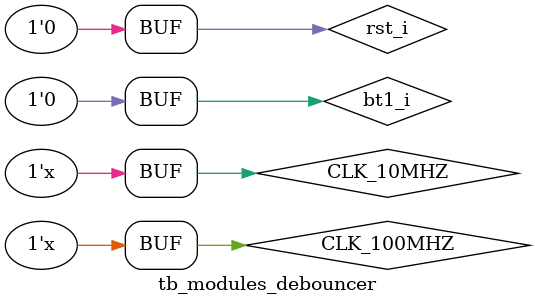
<source format=sv>
`timescale 1ns / 1ps


module tb_modules_debouncer;
    logic           clk;
    logic           bt1_i;
    logic           rst_i;
    logic           signal_o;
    logic           CLK_100MHZ;
    logic           CLK_10MHZ;
    logic    [3:0]  cont2;
    
    
    initial begin
        CLK_100MHZ = 0;
        CLK_10MHZ  = 0;
        cont2      = 0; 
    end
    always begin
        #5 CLK_100MHZ = ~CLK_100MHZ;
        if(CLK_100MHZ == 1)begin
            cont2 = cont2 + 1;
        end
        if(cont2 == 4'b0101)begin
            CLK_10MHZ = ~CLK_10MHZ;
            cont2 = 0;
        end
    end
    
    top_module_debouncer debouncer(
    .clk                (CLK_10MHZ),
    .bt1_i              (bt1_i),
    .rst_i              (rst_i),
    .conta_o            (signal_o)
    );
    
    initial begin
        rst_i = 0;
        bt1_i = 0;
        #15;
        bt1_i = 1;
        #1;
        bt1_i = 0;
        #1;
        bt1_i = 1;
        #1;
        bt1_i = 0;
        #1;
        bt1_i = 1;
        #1;
        bt1_i = 0;
        #1;
        bt1_i = 1;
        #1;
        bt1_i = 0;
        #1;
        bt1_i = 1;
        #1;
        bt1_i = 0;
        #1;
        bt1_i = 1;
        #1;
        bt1_i = 0;
        #2;
        bt1_i = 1;
        #2;
        bt1_i = 0;
        #2;
        bt1_i = 1;
        #2;
        bt1_i = 0;
        #2;
        bt1_i = 1;
        #2;
        bt1_i = 0;
        #2;
        bt1_i = 1;
        #2;
        bt1_i = 0;
        #2;
        bt1_i = 1;
        #2;
        bt1_i = 0;
        #2;
        bt1_i = 1;
        #200;
        bt1_i = 0;
        #2;
        bt1_i = 1;
        #2;
        bt1_i = 0;
        #2;
        bt1_i = 1;
        #2;
        bt1_i = 0;
        #2;
        bt1_i = 1;
        #2;
        bt1_i = 0;
        #2;
        bt1_i = 1;
        #2;
        bt1_i = 0;
        #1;
        bt1_i = 1;
        #1;
        bt1_i = 0;
        #1;
        bt1_i = 1;
        #1;
        bt1_i = 0;
        #1;
        bt1_i = 1;
        #1;
        bt1_i = 0;
        #1;
        bt1_i = 1;
        #1;
        bt1_i = 0;
        #1;
        bt1_i = 1;
        #1;
        bt1_i = 0;
        #1;
        bt1_i = 1;
        #1;
        bt1_i = 0;
        #1;
        bt1_i = 1;
        #1;
        bt1_i = 0;
        #1;
        bt1_i = 1;
        #1;
        bt1_i = 0;
        #300;
        bt1_i = 1;
        #1;
        bt1_i = 0;
        #1;
        bt1_i = 1;
        #1;
        bt1_i = 0;
        #1;
        bt1_i = 1;
        #1;
        bt1_i = 0;
        #1;
        bt1_i = 1;
        #1;
        bt1_i = 0;
        #1;
        bt1_i = 1;
        #1;
        bt1_i = 0;
        #1;
        bt1_i = 1;
        #1;
        bt1_i = 0;
        #2;
        bt1_i = 1;
        #2;
        bt1_i = 0;
        #2;
        bt1_i = 1;
        #2;
        bt1_i = 0;
        #2;
        bt1_i = 1;
        #2;
        bt1_i = 0;
        #2;
        bt1_i = 1;
        #2;
        bt1_i = 0;
        #2;
        bt1_i = 1;
        #2;
        bt1_i = 0;
        #2;
        bt1_i = 1;
        #200;
        bt1_i = 0;
        #2;
        bt1_i = 1;
        #2;
        bt1_i = 0;
        #2;
        bt1_i = 1;
        #2;
        bt1_i = 0;
        #2;
        bt1_i = 1;
        #2;
        bt1_i = 0;
        #2;
        bt1_i = 1;
        #2;
        bt1_i = 0;
        #1;
        bt1_i = 1;
        #1;
        bt1_i = 0;
        #1;
        bt1_i = 1;
        #1;
        bt1_i = 0;
        #1;
        bt1_i = 1;
        #1;
        bt1_i = 0;
        #1;
        bt1_i = 1;
        #1;
        bt1_i = 0;
        #1;
        bt1_i = 1;
        #1;
        bt1_i = 0;
        #1;
        bt1_i = 1;
        #1;
        bt1_i = 0;
        #1;
        bt1_i = 1;
        #1;
        bt1_i = 0;
        #1;
        bt1_i = 1;
        #1;
        bt1_i = 0;
    
    end

   
endmodule

</source>
